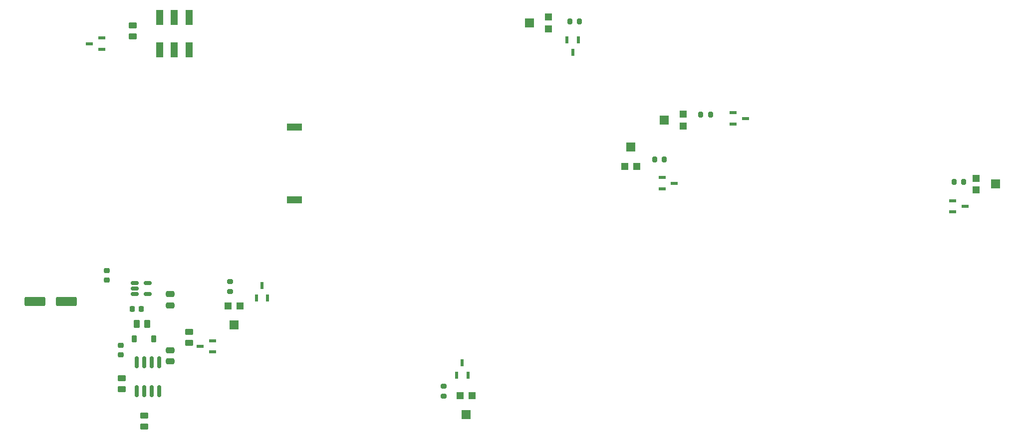
<source format=gbr>
%TF.GenerationSoftware,KiCad,Pcbnew,7.0.6-0*%
%TF.CreationDate,2023-08-22T23:51:49+02:00*%
%TF.ProjectId,tannenbaum,74616e6e-656e-4626-9175-6d2e6b696361,2.0*%
%TF.SameCoordinates,Original*%
%TF.FileFunction,Paste,Bot*%
%TF.FilePolarity,Positive*%
%FSLAX46Y46*%
G04 Gerber Fmt 4.6, Leading zero omitted, Abs format (unit mm)*
G04 Created by KiCad (PCBNEW 7.0.6-0) date 2023-08-22 23:51:49*
%MOMM*%
%LPD*%
G01*
G04 APERTURE LIST*
G04 Aperture macros list*
%AMRoundRect*
0 Rectangle with rounded corners*
0 $1 Rounding radius*
0 $2 $3 $4 $5 $6 $7 $8 $9 X,Y pos of 4 corners*
0 Add a 4 corners polygon primitive as box body*
4,1,4,$2,$3,$4,$5,$6,$7,$8,$9,$2,$3,0*
0 Add four circle primitives for the rounded corners*
1,1,$1+$1,$2,$3*
1,1,$1+$1,$4,$5*
1,1,$1+$1,$6,$7*
1,1,$1+$1,$8,$9*
0 Add four rect primitives between the rounded corners*
20,1,$1+$1,$2,$3,$4,$5,0*
20,1,$1+$1,$4,$5,$6,$7,0*
20,1,$1+$1,$6,$7,$8,$9,0*
20,1,$1+$1,$8,$9,$2,$3,0*%
G04 Aperture macros list end*
%ADD10RoundRect,0.150000X0.150000X-0.825000X0.150000X0.825000X-0.150000X0.825000X-0.150000X-0.825000X0*%
%ADD11RoundRect,0.150000X-0.512500X-0.150000X0.512500X-0.150000X0.512500X0.150000X-0.512500X0.150000X0*%
%ADD12RoundRect,0.250000X0.450000X-0.262500X0.450000X0.262500X-0.450000X0.262500X-0.450000X-0.262500X0*%
%ADD13R,1.200000X1.200000*%
%ADD14R,1.500000X1.600000*%
%ADD15RoundRect,0.200000X-0.200000X-0.275000X0.200000X-0.275000X0.200000X0.275000X-0.200000X0.275000X0*%
%ADD16RoundRect,0.200000X0.200000X0.275000X-0.200000X0.275000X-0.200000X-0.275000X0.200000X-0.275000X0*%
%ADD17R,1.600000X1.500000*%
%ADD18RoundRect,0.250000X-0.450000X0.262500X-0.450000X-0.262500X0.450000X-0.262500X0.450000X0.262500X0*%
%ADD19R,1.300000X0.600000*%
%ADD20RoundRect,0.200000X-0.275000X0.200000X-0.275000X-0.200000X0.275000X-0.200000X0.275000X0.200000X0*%
%ADD21RoundRect,0.250000X-0.262500X-0.450000X0.262500X-0.450000X0.262500X0.450000X-0.262500X0.450000X0*%
%ADD22RoundRect,0.225000X-0.225000X-0.375000X0.225000X-0.375000X0.225000X0.375000X-0.225000X0.375000X0*%
%ADD23RoundRect,0.225000X0.225000X0.250000X-0.225000X0.250000X-0.225000X-0.250000X0.225000X-0.250000X0*%
%ADD24RoundRect,0.250000X-0.475000X0.250000X-0.475000X-0.250000X0.475000X-0.250000X0.475000X0.250000X0*%
%ADD25RoundRect,0.225000X0.250000X-0.225000X0.250000X0.225000X-0.250000X0.225000X-0.250000X-0.225000X0*%
%ADD26RoundRect,0.225000X-0.250000X0.225000X-0.250000X-0.225000X0.250000X-0.225000X0.250000X0.225000X0*%
%ADD27R,2.540000X1.270000*%
%ADD28R,1.200000X2.500000*%
%ADD29RoundRect,0.250000X1.500000X0.550000X-1.500000X0.550000X-1.500000X-0.550000X1.500000X-0.550000X0*%
%ADD30R,0.600000X1.300000*%
G04 APERTURE END LIST*
D10*
%TO.C,U1*%
X73025000Y-132080000D03*
X71755000Y-132080000D03*
X70485000Y-132080000D03*
X69215000Y-132080000D03*
X69215000Y-127130000D03*
X70485000Y-127130000D03*
X71755000Y-127130000D03*
X73025000Y-127130000D03*
%TD*%
D11*
%TO.C,U2*%
X71120000Y-115570000D03*
X71120000Y-113670000D03*
X68845000Y-113670000D03*
X68845000Y-114620000D03*
X68845000Y-115570000D03*
%TD*%
D12*
%TO.C,R17*%
X68580000Y-69930000D03*
X68580000Y-71755000D03*
%TD*%
D13*
%TO.C,R16*%
X211665000Y-97885000D03*
D14*
X214915000Y-96885000D03*
D13*
X211665000Y-95885000D03*
%TD*%
D15*
%TO.C,R15*%
X207900000Y-96520000D03*
X209550000Y-96520000D03*
%TD*%
D13*
%TO.C,R14*%
X139065000Y-70485000D03*
D14*
X135815000Y-69485000D03*
D13*
X139065000Y-68485000D03*
%TD*%
D16*
%TO.C,R13*%
X142685000Y-69215000D03*
X144335000Y-69215000D03*
%TD*%
D13*
%TO.C,R12*%
X84725000Y-117580000D03*
D17*
X85725000Y-120830000D03*
D13*
X86725000Y-117580000D03*
%TD*%
D18*
%TO.C,R10*%
X78105000Y-123825000D03*
X78105000Y-122000000D03*
%TD*%
D13*
%TO.C,R9*%
X152035000Y-93875000D03*
D17*
X153035000Y-90625000D03*
D13*
X154035000Y-93875000D03*
%TD*%
D16*
%TO.C,R8*%
X157100000Y-92710000D03*
X158750000Y-92710000D03*
%TD*%
D13*
%TO.C,R7*%
X126095000Y-132820000D03*
D17*
X125095000Y-136070000D03*
D13*
X124095000Y-132820000D03*
%TD*%
%TO.C,R5*%
X161925000Y-86995000D03*
D14*
X158675000Y-85995000D03*
D13*
X161925000Y-84995000D03*
%TD*%
D19*
%TO.C,Q8*%
X63280000Y-72075000D03*
X63280000Y-73975000D03*
X61180000Y-73025000D03*
%TD*%
%TO.C,Q7*%
X207645000Y-101600000D03*
X207645000Y-99700000D03*
X209745000Y-100650000D03*
%TD*%
D20*
%TO.C,R11*%
X85090000Y-113475000D03*
X85090000Y-115125000D03*
%TD*%
%TO.C,R6*%
X121285000Y-132905000D03*
X121285000Y-131255000D03*
%TD*%
D12*
%TO.C,R3*%
X66675000Y-129897500D03*
X66675000Y-131722500D03*
%TD*%
D21*
%TO.C,R2*%
X71040000Y-120650000D03*
X69215000Y-120650000D03*
%TD*%
D12*
%TO.C,R1*%
X70485000Y-136247500D03*
X70485000Y-138072500D03*
%TD*%
D22*
%TO.C,D1*%
X72135000Y-123190000D03*
X68835000Y-123190000D03*
%TD*%
D23*
%TO.C,C6*%
X68440000Y-118110000D03*
X69990000Y-118110000D03*
%TD*%
D24*
%TO.C,C5*%
X74930000Y-117470000D03*
X74930000Y-115570000D03*
%TD*%
%TO.C,C2*%
X74930000Y-127000000D03*
X74930000Y-125100000D03*
%TD*%
D25*
%TO.C,C1*%
X66535000Y-124320000D03*
X66535000Y-125870000D03*
%TD*%
D26*
%TO.C,C4*%
X64135000Y-111620000D03*
X64135000Y-113170000D03*
%TD*%
D27*
%TO.C,BT1*%
X95982500Y-99520000D03*
X95982500Y-87170000D03*
%TD*%
D28*
%TO.C,SW1*%
X73105000Y-68580000D03*
X75605000Y-68580000D03*
X78105000Y-68580000D03*
X73105000Y-74080000D03*
X75605000Y-74080000D03*
X78105000Y-74080000D03*
%TD*%
D19*
%TO.C,Q4*%
X80010000Y-124460000D03*
X82110000Y-125410000D03*
X82110000Y-123510000D03*
%TD*%
D16*
%TO.C,R4*%
X164910000Y-85090000D03*
X166560000Y-85090000D03*
%TD*%
D29*
%TO.C,C3*%
X51910000Y-116840000D03*
X57310000Y-116840000D03*
%TD*%
D30*
%TO.C,Q5*%
X91440000Y-116205000D03*
X89540000Y-116205000D03*
X90490000Y-114105000D03*
%TD*%
D19*
%TO.C,Q3*%
X160435000Y-96740000D03*
X158335000Y-95790000D03*
X158335000Y-97690000D03*
%TD*%
%TO.C,Q1*%
X172500000Y-85725000D03*
X170400000Y-84775000D03*
X170400000Y-86675000D03*
%TD*%
D30*
%TO.C,Q2*%
X124460000Y-127220000D03*
X123510000Y-129320000D03*
X125410000Y-129320000D03*
%TD*%
%TO.C,Q6*%
X143195000Y-74490000D03*
X144145000Y-72390000D03*
X142245000Y-72390000D03*
%TD*%
M02*

</source>
